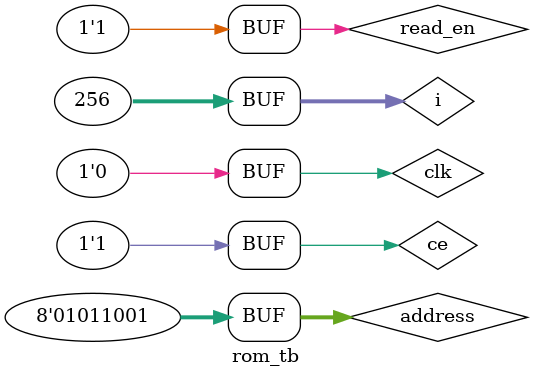
<source format=sv>
module rom_tb;
  logic [7:0] address;
  logic [7:0] data;
  logic read_en;
  logic ce;
  logic clk;
  integer i;
  
  rom_sync U(
  	address,
    data,
    read_en,
    ce,
    clk
  );
  
  always begin
		clk <= 1;
		#5;
		clk <= 0;
		#5;
  end
  
  initial begin
    ce = 1;
    read_en = 1;
    address = 0;
    #10 $monitor ("address = %d, data = %d", 
                  address, data);
    for(i=0; i<256; i++) begin
      #5 address = i;
    end
    address = 88;
    address = 89;
  end
  
endmodule

</source>
